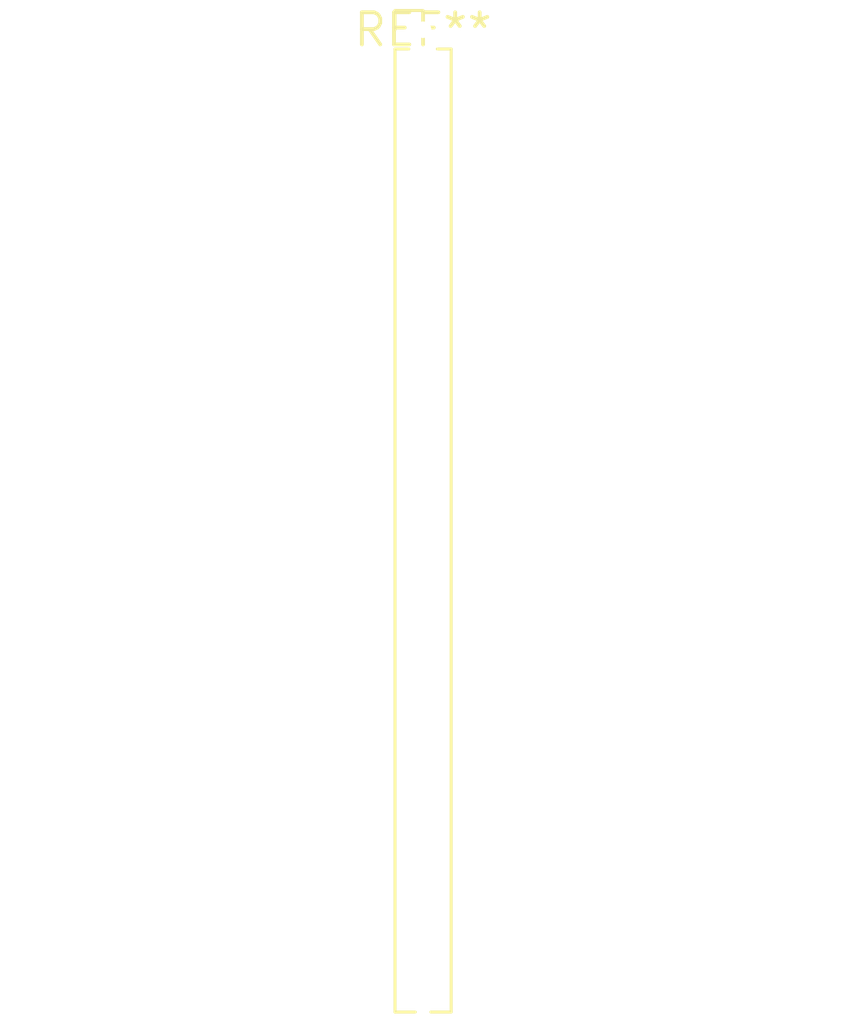
<source format=kicad_pcb>
(kicad_pcb (version 20240108) (generator pcbnew)
  (layers (0 "F.Cu" signal) (31 "B.Cu" signal) (34 "B.Paste" user) (35 "F.Paste" user) (36 "B.SilkS" user "B.Silkscreen") (37 "F.SilkS" user "F.Silkscreen") (38 "B.Mask" user) (39 "F.Mask" user) (44 "Edge.Cuts" user))
  (net 0 "")
  (footprint "PinHeader_1x31_P1.27mm_Vertical" (layer "F.Cu") (at 0 0)
    (property "Reference" "REF**")
    (property "Value" "PinHeader_1x31_P1.27mm_Vertical")
    (fp_line (start -1.11 -0.76) (end 0 -0.76) (layer "F.SilkS") (stroke (width 0.12)))
    (fp_line (start -1.11 0) (end -1.11 -0.76) (layer "F.SilkS") (stroke (width 0.12)))
    (fp_line (start -1.11 0.76) (end -1.11 38.795) (layer "F.SilkS") (stroke (width 0.12)))
    (fp_line (start -1.11 0.76) (end -0.563471 0.76) (layer "F.SilkS") (stroke (width 0.12)))
    (fp_line (start -1.11 38.795) (end -0.30753 38.795) (layer "F.SilkS") (stroke (width 0.12)))
    (fp_line (start 0.30753 38.795) (end 1.11 38.795) (layer "F.SilkS") (stroke (width 0.12)))
    (fp_line (start 0.563471 0.76) (end 1.11 0.76) (layer "F.SilkS") (stroke (width 0.12)))
    (fp_line (start 1.11 0.76) (end 1.11 38.795) (layer "F.SilkS") (stroke (width 0.12)))
    (pad "1" thru_hole rect (at 0 0) (size 1 1) (drill 0.65) (layers *.Cu *.Mask) (remove_unused_layers))
    (pad "2" thru_hole oval (at 0 1.27) (size 1 1) (drill 0.65) (layers *.Cu *.Mask) (remove_unused_layers))
    (pad "3" thru_hole oval (at 0 2.54) (size 1 1) (drill 0.65) (layers *.Cu *.Mask) (remove_unused_layers))
    (pad "4" thru_hole oval (at 0 3.81) (size 1 1) (drill 0.65) (layers *.Cu *.Mask) (remove_unused_layers))
    (pad "5" thru_hole oval (at 0 5.08) (size 1 1) (drill 0.65) (layers *.Cu *.Mask) (remove_unused_layers))
    (pad "6" thru_hole oval (at 0 6.35) (size 1 1) (drill 0.65) (layers *.Cu *.Mask) (remove_unused_layers))
    (pad "7" thru_hole oval (at 0 7.62) (size 1 1) (drill 0.65) (layers *.Cu *.Mask) (remove_unused_layers))
    (pad "8" thru_hole oval (at 0 8.89) (size 1 1) (drill 0.65) (layers *.Cu *.Mask) (remove_unused_layers))
    (pad "9" thru_hole oval (at 0 10.16) (size 1 1) (drill 0.65) (layers *.Cu *.Mask) (remove_unused_layers))
    (pad "10" thru_hole oval (at 0 11.43) (size 1 1) (drill 0.65) (layers *.Cu *.Mask) (remove_unused_layers))
    (pad "11" thru_hole oval (at 0 12.7) (size 1 1) (drill 0.65) (layers *.Cu *.Mask) (remove_unused_layers))
    (pad "12" thru_hole oval (at 0 13.97) (size 1 1) (drill 0.65) (layers *.Cu *.Mask) (remove_unused_layers))
    (pad "13" thru_hole oval (at 0 15.24) (size 1 1) (drill 0.65) (layers *.Cu *.Mask) (remove_unused_layers))
    (pad "14" thru_hole oval (at 0 16.51) (size 1 1) (drill 0.65) (layers *.Cu *.Mask) (remove_unused_layers))
    (pad "15" thru_hole oval (at 0 17.78) (size 1 1) (drill 0.65) (layers *.Cu *.Mask) (remove_unused_layers))
    (pad "16" thru_hole oval (at 0 19.05) (size 1 1) (drill 0.65) (layers *.Cu *.Mask) (remove_unused_layers))
    (pad "17" thru_hole oval (at 0 20.32) (size 1 1) (drill 0.65) (layers *.Cu *.Mask) (remove_unused_layers))
    (pad "18" thru_hole oval (at 0 21.59) (size 1 1) (drill 0.65) (layers *.Cu *.Mask) (remove_unused_layers))
    (pad "19" thru_hole oval (at 0 22.86) (size 1 1) (drill 0.65) (layers *.Cu *.Mask) (remove_unused_layers))
    (pad "20" thru_hole oval (at 0 24.13) (size 1 1) (drill 0.65) (layers *.Cu *.Mask) (remove_unused_layers))
    (pad "21" thru_hole oval (at 0 25.4) (size 1 1) (drill 0.65) (layers *.Cu *.Mask) (remove_unused_layers))
    (pad "22" thru_hole oval (at 0 26.67) (size 1 1) (drill 0.65) (layers *.Cu *.Mask) (remove_unused_layers))
    (pad "23" thru_hole oval (at 0 27.94) (size 1 1) (drill 0.65) (layers *.Cu *.Mask) (remove_unused_layers))
    (pad "24" thru_hole oval (at 0 29.21) (size 1 1) (drill 0.65) (layers *.Cu *.Mask) (remove_unused_layers))
    (pad "25" thru_hole oval (at 0 30.48) (size 1 1) (drill 0.65) (layers *.Cu *.Mask) (remove_unused_layers))
    (pad "26" thru_hole oval (at 0 31.75) (size 1 1) (drill 0.65) (layers *.Cu *.Mask) (remove_unused_layers))
    (pad "27" thru_hole oval (at 0 33.02) (size 1 1) (drill 0.65) (layers *.Cu *.Mask) (remove_unused_layers))
    (pad "28" thru_hole oval (at 0 34.29) (size 1 1) (drill 0.65) (layers *.Cu *.Mask) (remove_unused_layers))
    (pad "29" thru_hole oval (at 0 35.56) (size 1 1) (drill 0.65) (layers *.Cu *.Mask) (remove_unused_layers))
    (pad "30" thru_hole oval (at 0 36.83) (size 1 1) (drill 0.65) (layers *.Cu *.Mask) (remove_unused_layers))
    (pad "31" thru_hole oval (at 0 38.1) (size 1 1) (drill 0.65) (layers *.Cu *.Mask) (remove_unused_layers))
  )
)
</source>
